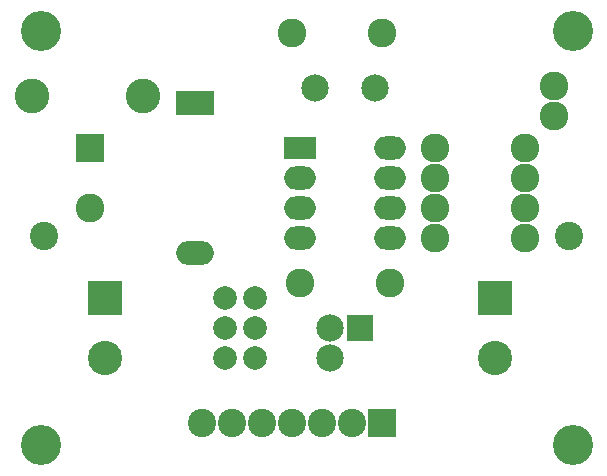
<source format=gbr>
G04 #@! TF.FileFunction,Soldermask,Bot*
%FSLAX46Y46*%
G04 Gerber Fmt 4.6, Leading zero omitted, Abs format (unit mm)*
G04 Created by KiCad (PCBNEW 4.0.4-stable) date 08/18/17 17:17:01*
%MOMM*%
%LPD*%
G01*
G04 APERTURE LIST*
%ADD10C,0.500000*%
%ADD11C,2.940000*%
%ADD12C,2.432000*%
%ADD13R,3.200000X2.000000*%
%ADD14O,3.200000X2.000000*%
%ADD15C,2.305000*%
%ADD16R,2.686000X1.974800*%
%ADD17O,2.686000X1.974800*%
%ADD18R,2.305000X2.305000*%
%ADD19R,2.899360X2.899360*%
%ADD20C,2.899360*%
%ADD21R,2.432000X2.432000*%
%ADD22R,2.398980X2.398980*%
%ADD23C,2.398980*%
%ADD24C,3.400000*%
%ADD25C,2.000200*%
%ADD26C,2.400000*%
G04 APERTURE END LIST*
D10*
D11*
X10875000Y32813000D03*
X1477000Y32813000D03*
D12*
X35640000Y28368000D03*
X43260000Y28368000D03*
X43260000Y25828000D03*
X35640000Y25828000D03*
D13*
X15320000Y32178000D03*
D14*
X15320000Y19478000D03*
D15*
X30560000Y33448000D03*
X25480000Y33448000D03*
D16*
X24210000Y28368000D03*
D17*
X24210000Y25828000D03*
X24210000Y23288000D03*
X24210000Y20748000D03*
X31830000Y20748000D03*
X31830000Y23288000D03*
X31830000Y25828000D03*
X31830000Y28368000D03*
D18*
X29290000Y13128000D03*
D15*
X26750000Y13128000D03*
X26750000Y10588000D03*
D12*
X43260000Y23288000D03*
X35640000Y23288000D03*
D19*
X7700000Y15668000D03*
D20*
X7700000Y10588000D03*
D21*
X6430000Y28368000D03*
D12*
X6430000Y23288000D03*
D19*
X40720000Y15668000D03*
D20*
X40720000Y10588000D03*
D12*
X35640000Y20748000D03*
X43260000Y20748000D03*
X24210000Y16938000D03*
X31830000Y16938000D03*
D22*
X31115000Y5080000D03*
D23*
X28575000Y5080000D03*
X26035000Y5080000D03*
X23495000Y5080000D03*
X20955000Y5080000D03*
X18415000Y5080000D03*
X15875000Y5080000D03*
D24*
X47260000Y38258000D03*
X2260000Y38258000D03*
X47260000Y3258000D03*
X2260000Y3258000D03*
D12*
X23495000Y38100000D03*
X31115000Y38100000D03*
X45720000Y33655000D03*
X45720000Y31115000D03*
D25*
X17860000Y10588000D03*
X20400000Y10588000D03*
X17860000Y13128000D03*
X20400000Y13128000D03*
X17860000Y15668000D03*
X20400000Y15668000D03*
D26*
X46990000Y20955000D03*
X2540000Y20955000D03*
M02*

</source>
